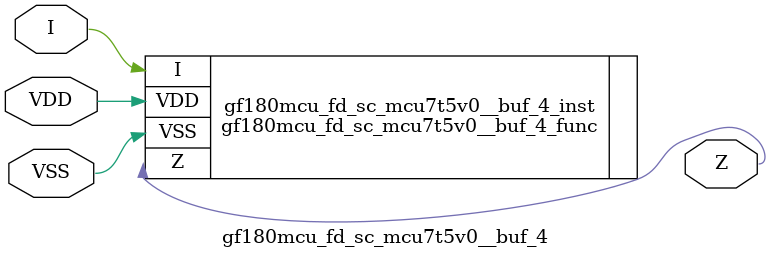
<source format=v>

module gf180mcu_fd_sc_mcu7t5v0__buf_4( I, Z, VDD, VSS );
input I;
inout VDD, VSS;
output Z;

   `ifdef FUNCTIONAL  //  functional //

	gf180mcu_fd_sc_mcu7t5v0__buf_4_func gf180mcu_fd_sc_mcu7t5v0__buf_4_behav_inst(.I(I),.Z(Z),.VDD(VDD),.VSS(VSS));

   `else

	gf180mcu_fd_sc_mcu7t5v0__buf_4_func gf180mcu_fd_sc_mcu7t5v0__buf_4_inst(.I(I),.Z(Z),.VDD(VDD),.VSS(VSS));

	// spec_gates_begin


	// spec_gates_end



   specify

	// specify_block_begin

	// comb arc I --> Z
	 (I => Z) = (1.0,1.0);

	// specify_block_end

   endspecify

   `endif

endmodule

</source>
